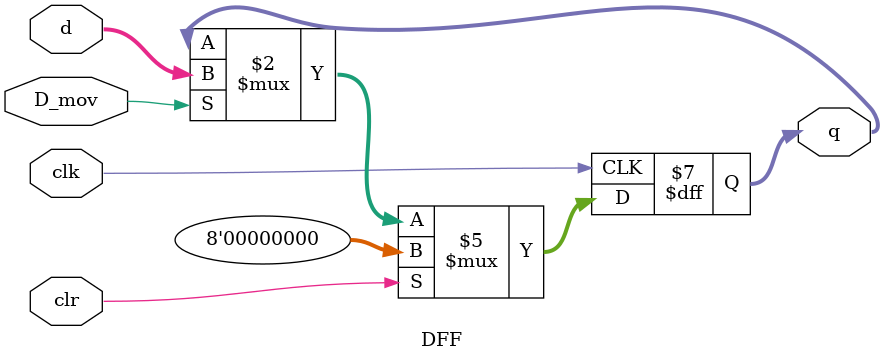
<source format=v>
`timescale 1ns / 1ps



module DFF(q,d,D_mov,clr,clk);

input [7:0]d;
input clk,clr,D_mov;
output reg[7:0]q;

always@(posedge clk)
if(clr)
q<=0;
else if(D_mov) 
q<=d;

endmodule


</source>
